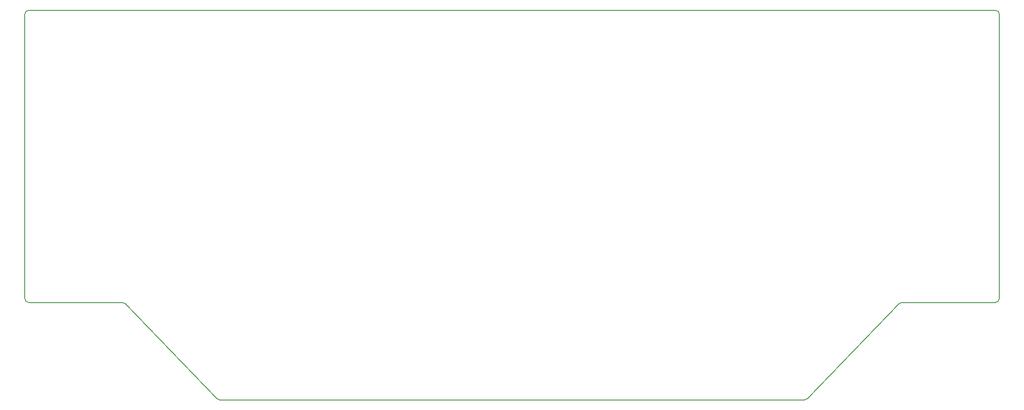
<source format=gm1>
%TF.GenerationSoftware,KiCad,Pcbnew,(5.1.12-1-10_14)*%
%TF.CreationDate,2022-02-07T22:24:56-07:00*%
%TF.ProjectId,youwu36,796f7577-7533-4362-9e6b-696361645f70,rev?*%
%TF.SameCoordinates,Original*%
%TF.FileFunction,Profile,NP*%
%FSLAX46Y46*%
G04 Gerber Fmt 4.6, Leading zero omitted, Abs format (unit mm)*
G04 Created by KiCad (PCBNEW (5.1.12-1-10_14)) date 2022-02-07 22:24:56*
%MOMM*%
%LPD*%
G01*
G04 APERTURE LIST*
%TA.AperFunction,Profile*%
%ADD10C,0.150000*%
%TD*%
G04 APERTURE END LIST*
D10*
X173036266Y-94761266D02*
X190963734Y-76176234D01*
X190963734Y-76176234D02*
G75*
G02*
X191525000Y-75943750I561266J-561266D01*
G01*
X173036266Y-94761266D02*
G75*
G02*
X172475000Y-94993750I-561266J561266D01*
G01*
X39686266Y-76176234D02*
X57613734Y-94761266D01*
X39686266Y-76176234D02*
G75*
G03*
X39125000Y-75943750I-561266J-561266D01*
G01*
X57613734Y-94761266D02*
G75*
G03*
X58175000Y-94993750I561266J561266D01*
G01*
X209781250Y-75943750D02*
X191525000Y-75943750D01*
X20868750Y-18793750D02*
X209781250Y-18793750D01*
X210575000Y-75150000D02*
X210575000Y-19587500D01*
X210575000Y-75150000D02*
G75*
G02*
X209781250Y-75943750I-793750J0D01*
G01*
X209781250Y-18793750D02*
G75*
G02*
X210575000Y-19587500I0J-793750D01*
G01*
X20075000Y-19587500D02*
X20075000Y-74356250D01*
X20075000Y-74356250D02*
X20075000Y-75150000D01*
X21662500Y-75943750D02*
X20868750Y-75943750D01*
X20868750Y-75943750D02*
G75*
G02*
X20075000Y-75150000I0J793750D01*
G01*
X20075000Y-19587500D02*
G75*
G02*
X20868750Y-18793750I793750J0D01*
G01*
X21662500Y-75943750D02*
X39125000Y-75943750D01*
X58175000Y-94993750D02*
X172475000Y-94993750D01*
M02*

</source>
